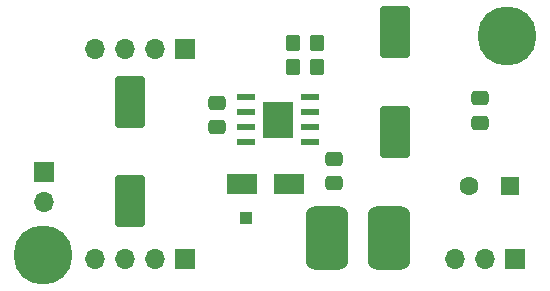
<source format=gts>
%TF.GenerationSoftware,KiCad,Pcbnew,(6.0.8)*%
%TF.CreationDate,2022-12-06T12:54:16+01:00*%
%TF.ProjectId,Single-DCDC-Converter-Rev2,53696e67-6c65-42d4-9443-44432d436f6e,rev?*%
%TF.SameCoordinates,Original*%
%TF.FileFunction,Soldermask,Top*%
%TF.FilePolarity,Negative*%
%FSLAX46Y46*%
G04 Gerber Fmt 4.6, Leading zero omitted, Abs format (unit mm)*
G04 Created by KiCad (PCBNEW (6.0.8)) date 2022-12-06 12:54:16*
%MOMM*%
%LPD*%
G01*
G04 APERTURE LIST*
G04 Aperture macros list*
%AMRoundRect*
0 Rectangle with rounded corners*
0 $1 Rounding radius*
0 $2 $3 $4 $5 $6 $7 $8 $9 X,Y pos of 4 corners*
0 Add a 4 corners polygon primitive as box body*
4,1,4,$2,$3,$4,$5,$6,$7,$8,$9,$2,$3,0*
0 Add four circle primitives for the rounded corners*
1,1,$1+$1,$2,$3*
1,1,$1+$1,$4,$5*
1,1,$1+$1,$6,$7*
1,1,$1+$1,$8,$9*
0 Add four rect primitives between the rounded corners*
20,1,$1+$1,$2,$3,$4,$5,0*
20,1,$1+$1,$4,$5,$6,$7,0*
20,1,$1+$1,$6,$7,$8,$9,0*
20,1,$1+$1,$8,$9,$2,$3,0*%
G04 Aperture macros list end*
%ADD10RoundRect,0.250000X1.000000X-1.950000X1.000000X1.950000X-1.000000X1.950000X-1.000000X-1.950000X0*%
%ADD11R,1.700000X1.700000*%
%ADD12O,1.700000X1.700000*%
%ADD13RoundRect,0.250000X0.475000X-0.337500X0.475000X0.337500X-0.475000X0.337500X-0.475000X-0.337500X0*%
%ADD14R,2.600000X3.100000*%
%ADD15R,1.550000X0.600000*%
%ADD16RoundRect,0.900000X-0.900000X1.850000X-0.900000X-1.850000X0.900000X-1.850000X0.900000X1.850000X0*%
%ADD17RoundRect,0.900000X0.900000X-1.850000X0.900000X1.850000X-0.900000X1.850000X-0.900000X-1.850000X0*%
%ADD18R,1.600000X1.600000*%
%ADD19C,1.600000*%
%ADD20R,2.500000X1.800000*%
%ADD21R,1.000000X1.000000*%
%ADD22C,5.000000*%
%ADD23RoundRect,0.250000X-0.350000X-0.450000X0.350000X-0.450000X0.350000X0.450000X-0.350000X0.450000X0*%
%ADD24RoundRect,0.250000X0.350000X0.450000X-0.350000X0.450000X-0.350000X-0.450000X0.350000X-0.450000X0*%
G04 APERTURE END LIST*
D10*
X94200000Y-56000000D03*
X94200000Y-47600000D03*
D11*
X98860000Y-43140000D03*
D12*
X96320000Y-43140000D03*
X93780000Y-43140000D03*
X91240000Y-43140000D03*
D13*
X101600000Y-49737500D03*
X101600000Y-47662500D03*
D14*
X106700000Y-49100000D03*
D15*
X109400000Y-51005000D03*
X109400000Y-49735000D03*
X109400000Y-48465000D03*
X109400000Y-47195000D03*
X104000000Y-47195000D03*
X104000000Y-48465000D03*
X104000000Y-49735000D03*
X104000000Y-51005000D03*
D16*
X116115000Y-59075000D03*
D17*
X110835000Y-59075000D03*
D18*
X126375000Y-54725000D03*
D19*
X122875000Y-54725000D03*
D13*
X111500000Y-54462500D03*
X111500000Y-52387500D03*
D20*
X103700000Y-54500000D03*
X107700000Y-54500000D03*
D21*
X104000000Y-57400000D03*
D22*
X126150000Y-42000000D03*
D10*
X116650000Y-50100000D03*
X116650000Y-41700000D03*
D23*
X108000000Y-42600000D03*
X110000000Y-42600000D03*
D11*
X98860000Y-60920000D03*
D12*
X96320000Y-60920000D03*
X93780000Y-60920000D03*
X91240000Y-60920000D03*
D22*
X86800000Y-60500000D03*
D11*
X126800000Y-60920000D03*
D12*
X124260000Y-60920000D03*
X121720000Y-60920000D03*
D11*
X86900000Y-53500000D03*
D12*
X86900000Y-56040000D03*
D24*
X110000000Y-44600000D03*
X108000000Y-44600000D03*
D13*
X123800000Y-49337500D03*
X123800000Y-47262500D03*
M02*

</source>
